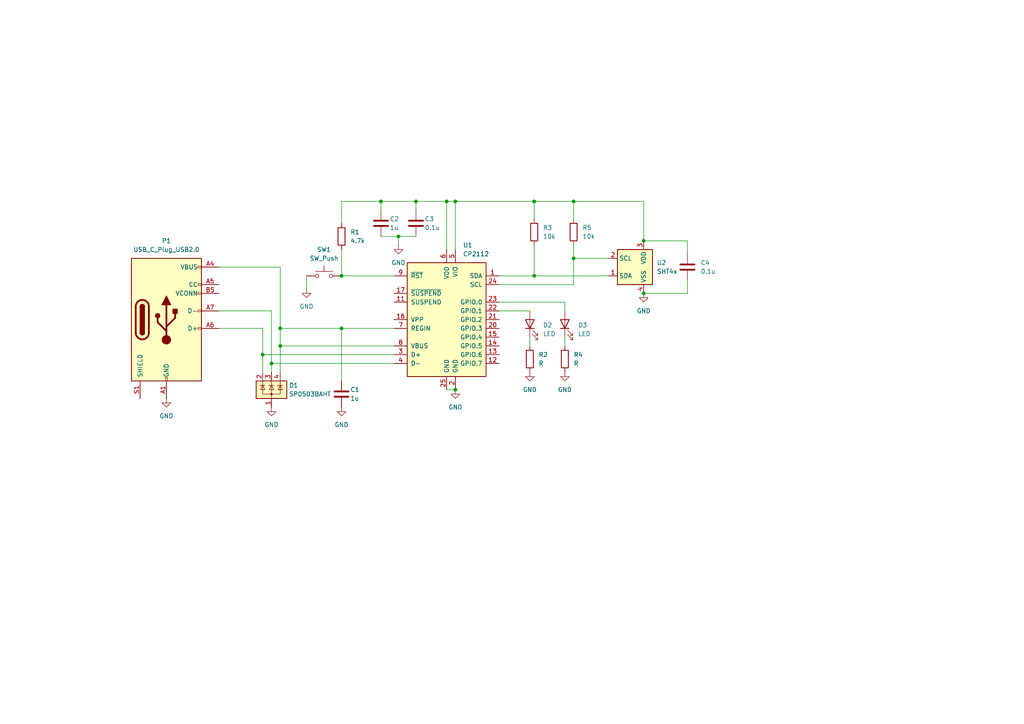
<source format=kicad_sch>
(kicad_sch (version 20231120) (generator "eeschema") (generator_version "8.0")
  (paper "A4")
  (lib_symbols
    (symbol "Connector:USB_C_Plug_USB2.0" (pin_names (offset 1.016))
      (property "Reference" "P" (at -10.16 19.05 0))
      (property "Value" "USB_C_Plug_USB2.0" (at 12.7 19.05 0))
      (symbol "USB_C_Plug_USB2.0_0_0"
        (rectangle (start -0.254 -17.78) (end 0.254 -16.764))
        (rectangle (start 10.16 -2.286) (end 9.144 -2.794))
        (rectangle (start 10.16 2.794) (end 9.144 2.286))
        (rectangle (start 10.16 7.874) (end 9.144 7.366))
        (rectangle (start 10.16 10.414) (end 9.144 9.906))
        (rectangle (start 10.16 15.494) (end 9.144 14.986))
      )
      (symbol "USB_C_Plug_USB2.0_0_1"
        (rectangle (start -10.16 17.78) (end 10.16 -17.78) (stroke (width 0.254)) (fill (type background)))
        (arc (start -8.89 -3.81) (mid -6.985 -5.7067) (end -5.08 -3.81) (stroke (width 0.508)))
        (arc (start -7.62 -3.81) (mid -6.985 -4.4423) (end -6.35 -3.81) (stroke (width 0.254)))
        (arc (start -7.62 -3.81) (mid -6.985 -4.4423) (end -6.35 -3.81) (stroke (width 0.254)) (fill (type outline)))
        (rectangle (start -7.62 -3.81) (end -6.35 3.81) (stroke (width 0.254)) (fill (type outline)))
        (arc (start -6.35 3.81) (mid -6.985 4.4423) (end -7.62 3.81) (stroke (width 0.254)))
        (arc (start -6.35 3.81) (mid -6.985 4.4423) (end -7.62 3.81) (stroke (width 0.254)) (fill (type outline)))
        (arc (start -5.08 3.81) (mid -6.985 5.7067) (end -8.89 3.81) (stroke (width 0.508)))
        (circle (center -2.54 1.143) (radius 0.635) (stroke (width 0.254)) (fill (type outline)))
        (circle (center 0 -5.842) (radius 1.27) (fill (type outline)))
        (polyline (pts (xy -8.89 -3.81) (xy -8.89 3.81)) (stroke (width 0.508)))
        (polyline (pts (xy -5.08 3.81) (xy -5.08 -3.81)) (stroke (width 0.508)))
        (polyline (pts (xy 0 -5.842) (xy 0 4.318)) (stroke (width 0.508)))
        (polyline (pts (xy 0 -3.302) (xy -2.54 -0.762) (xy -2.54 0.508)) (stroke (width 0.508)))
        (polyline (pts (xy 0 -2.032) (xy 2.54 0.508) (xy 2.54 1.778)) (stroke (width 0.508)))
        (polyline (pts (xy -1.27 4.318) (xy 0 6.858) (xy 1.27 4.318) (xy -1.27 4.318)) (stroke (width 0.254)) (fill (type outline)))
        (rectangle (start 1.905 1.778) (end 3.175 3.048) (stroke (width 0.254)) (fill (type outline)))
      )
      (symbol "USB_C_Plug_USB2.0_1_1"
        (pin passive line (at 0 -22.86 90) (length 5.08) (name "GND") (number "A1"))
        (pin passive line (at 0 -22.86 90) (length 5.08) hide (name "GND") (number "A12"))
        (pin passive line (at 15.24 15.24 180) (length 5.08) (name "VBUS") (number "A4"))
        (pin bidirectional line (at 15.24 10.16 180) (length 5.08) (name "CC") (number "A5"))
        (pin bidirectional line (at 15.24 -2.54 180) (length 5.08) (name "D+") (number "A6"))
        (pin bidirectional line (at 15.24 2.54 180) (length 5.08) (name "D-") (number "A7"))
        (pin passive line (at 15.24 15.24 180) (length 5.08) hide (name "VBUS") (number "A9"))
        (pin passive line (at 0 -22.86 90) (length 5.08) hide (name "GND") (number "B1"))
        (pin passive line (at 0 -22.86 90) (length 5.08) hide (name "GND") (number "B12"))
        (pin passive line (at 15.24 15.24 180) (length 5.08) hide (name "VBUS") (number "B4"))
        (pin bidirectional line (at 15.24 7.62 180) (length 5.08) (name "VCONN") (number "B5"))
        (pin passive line (at 15.24 15.24 180) (length 5.08) hide (name "VBUS") (number "B9"))
        (pin passive line (at -7.62 -22.86 90) (length 5.08) (name "SHIELD") (number "S1"))
      )
    )
    (symbol "Device:C" (pin_numbers hide) (pin_names (offset 0.254))
      (property "Reference" "C" (at 0.635 2.54 0))
      (property "Value" "C" (at 0.635 -2.54 0))
      (symbol "C_0_1"
        (polyline (pts (xy -2.032 -0.762) (xy 2.032 -0.762)) (stroke (width 0.508)))
        (polyline (pts (xy -2.032 0.762) (xy 2.032 0.762)) (stroke (width 0.508)))
      )
      (symbol "C_1_1"
        (pin passive line (at 0 3.81 270) (length 2.794) (name "~") (number "1"))
        (pin passive line (at 0 -3.81 90) (length 2.794) (name "~") (number "2"))
      )
    )
    (symbol "Device:LED" (pin_numbers hide) (pin_names (offset 1.016) hide)
      (property "Reference" "D" (at 0 2.54 0))
      (property "Value" "LED" (at 0 -2.54 0))
      (symbol "LED_0_1"
        (polyline (pts (xy -1.27 -1.27) (xy -1.27 1.27)) (stroke (width 0.254)))
        (polyline (pts (xy -1.27 0) (xy 1.27 0)))
        (polyline (pts (xy 1.27 -1.27) (xy 1.27 1.27) (xy -1.27 0) (xy 1.27 -1.27)) (stroke (width 0.254)))
        (polyline (pts (xy -3.048 -0.762) (xy -4.572 -2.286) (xy -3.81 -2.286) (xy -4.572 -2.286) (xy -4.572 -1.524)))
        (polyline (pts (xy -1.778 -0.762) (xy -3.302 -2.286) (xy -2.54 -2.286) (xy -3.302 -2.286) (xy -3.302 -1.524)))
      )
      (symbol "LED_1_1"
        (pin passive line (at -3.81 0 0) (length 2.54) (name "K") (number "1"))
        (pin passive line (at 3.81 0 180) (length 2.54) (name "A") (number "2"))
      )
    )
    (symbol "Device:R" (pin_numbers hide) (pin_names (offset 0))
      (property "Reference" "R" (at 2.032 0 90))
      (property "Value" "R" (at 0 0 90))
      (symbol "R_0_1"
        (rectangle (start -1.016 -2.54) (end 1.016 2.54) (stroke (width 0.254)))
      )
      (symbol "R_1_1"
        (pin passive line (at 0 3.81 270) (length 1.27) (name "~") (number "1"))
        (pin passive line (at 0 -3.81 90) (length 1.27) (name "~") (number "2"))
      )
    )
    (symbol "Interface_USB:CP2112" (pin_names (offset 1.016))
      (property "Reference" "U" (at -2.54 19.685 0))
      (property "Value" "CP2112" (at -2.54 17.78 0))
      (symbol "CP2112_0_1"
        (rectangle (start -11.43 16.51) (end 11.43 -16.51) (stroke (width 0.254)) (fill (type background)))
      )
      (symbol "CP2112_1_1"
        (pin bidirectional line (at 15.24 12.7 180) (length 3.81) (name "SDA") (number "1"))
        (pin no_connect line (at 10.16 -16.51 90) (length 3.81) hide (name "NC") (number "10"))
        (pin output line (at -15.24 5.08 0) (length 3.81) (name "SUSPEND") (number "11"))
        (pin bidirectional line (at 15.24 -12.7 180) (length 3.81) (name "GPIO.7") (number "12"))
        (pin bidirectional line (at 15.24 -10.16 180) (length 3.81) (name "GPIO.6") (number "13"))
        (pin bidirectional line (at 15.24 -7.62 180) (length 3.81) (name "GPIO.5") (number "14"))
        (pin bidirectional line (at 15.24 -5.08 180) (length 3.81) (name "GPIO.4") (number "15"))
        (pin power_in line (at -15.24 0 0) (length 3.81) (name "VPP") (number "16"))
        (pin output line (at -15.24 7.62 0) (length 3.81) (name "~{SUSPEND}") (number "17"))
        (pin no_connect line (at 5.08 -16.51 90) (length 3.81) hide (name "NC") (number "18"))
        (pin no_connect line (at 7.62 -16.51 90) (length 3.81) hide (name "NC") (number "19"))
        (pin power_in line (at 2.54 -20.32 90) (length 3.81) (name "GND") (number "2"))
        (pin bidirectional line (at 15.24 -2.54 180) (length 3.81) (name "GPIO.3") (number "20"))
        (pin bidirectional line (at 15.24 0 180) (length 3.81) (name "GPIO.2") (number "21"))
        (pin bidirectional line (at 15.24 2.54 180) (length 3.81) (name "GPIO.1") (number "22"))
        (pin bidirectional line (at 15.24 5.08 180) (length 3.81) (name "GPIO.0") (number "23"))
        (pin output line (at 15.24 10.16 180) (length 3.81) (name "SCL") (number "24"))
        (pin power_in line (at 0 -20.32 90) (length 3.81) (name "GND") (number "25"))
        (pin bidirectional line (at -15.24 -10.16 0) (length 3.81) (name "D+") (number "3"))
        (pin bidirectional line (at -15.24 -12.7 0) (length 3.81) (name "D-") (number "4"))
        (pin power_in line (at 2.54 20.32 270) (length 3.81) (name "VIO") (number "5"))
        (pin power_in line (at 0 20.32 270) (length 3.81) (name "VDD") (number "6"))
        (pin power_in line (at -15.24 -2.54 0) (length 3.81) (name "REGIN") (number "7"))
        (pin input line (at -15.24 -7.62 0) (length 3.81) (name "VBUS") (number "8"))
        (pin input line (at -15.24 12.7 0) (length 3.81) (name "~{RST}") (number "9"))
      )
    )
    (symbol "Power_Protection:SP0503BAHT" (pin_names hide)
      (property "Reference" "D" (at 5.715 2.54 0))
      (property "Value" "SP0503BAHT" (at 5.715 0.635 0))
      (symbol "SP0503BAHT_0_0"
        (pin passive line (at 0 -5.08 90) (length 2.54) (name "A") (number "1"))
      )
      (symbol "SP0503BAHT_0_1"
        (rectangle (start -4.445 2.54) (end 4.445 -2.54) (stroke (width 0.254)) (fill (type background)))
        (circle (center 0 -1.27) (radius 0.254) (fill (type outline)))
        (polyline (pts (xy -2.54 2.54) (xy -2.54 1.27)))
        (polyline (pts (xy 0 -1.27) (xy 0 -2.54)))
        (polyline (pts (xy 0 -1.27) (xy 0 1.27)))
        (polyline (pts (xy 0 2.54) (xy 0 1.27)))
        (polyline (pts (xy 0.635 1.27) (xy 0.762 1.27)))
        (polyline (pts (xy 2.54 2.54) (xy 2.54 1.27)))
        (polyline (pts (xy 0.635 1.27) (xy -0.762 1.27) (xy -0.762 1.016)))
        (polyline (pts (xy -3.302 1.016) (xy -3.302 1.27) (xy -1.905 1.27) (xy -1.778 1.27)))
        (polyline (pts (xy -2.54 1.27) (xy -2.54 -1.27) (xy 2.54 -1.27) (xy 2.54 1.27)))
        (polyline (pts (xy -2.54 1.27) (xy -1.905 0) (xy -3.175 0) (xy -2.54 1.27)))
        (polyline (pts (xy 0.635 0) (xy -0.635 0) (xy 0 1.27) (xy 0.635 0)))
        (polyline (pts (xy 1.778 1.016) (xy 1.778 1.27) (xy 3.175 1.27) (xy 3.302 1.27)))
        (polyline (pts (xy 2.54 1.27) (xy 1.905 0) (xy 3.175 0) (xy 2.54 1.27)))
      )
      (symbol "SP0503BAHT_1_1"
        (pin passive line (at -2.54 5.08 270) (length 2.54) (name "K") (number "2"))
        (pin passive line (at 0 5.08 270) (length 2.54) (name "K") (number "3"))
        (pin passive line (at 2.54 5.08 270) (length 2.54) (name "K") (number "4"))
      )
    )
    (symbol "Sensor_Humidity:SHT4x"
      (property "Reference" "U" (at 0 8.89 0))
      (property "Value" "SHT4x" (at 0 6.35 0))
      (symbol "SHT4x_1_1"
        (rectangle (start -5.08 5.08) (end 5.08 -5.08) (stroke (width 0.254)) (fill (type background)))
        (pin bidirectional line (at -7.62 -2.54 0) (length 2.54) (name "SDA") (number "1"))
        (pin input line (at -7.62 2.54 0) (length 2.54) (name "SCL") (number "2"))
        (pin power_in line (at 2.54 7.62 270) (length 2.54) (name "VDD") (number "3"))
        (pin power_in line (at 2.54 -7.62 90) (length 2.54) (name "VSS") (number "4"))
      )
    )
    (symbol "Switch:SW_Push" (pin_numbers hide) (pin_names (offset 1.016) hide)
      (property "Reference" "SW" (at 1.27 2.54 0))
      (property "Value" "SW_Push" (at 0 -1.524 0))
      (symbol "SW_Push_0_1"
        (circle (center -2.032 0) (radius 0.508))
        (polyline (pts (xy 0 1.27) (xy 0 3.048)))
        (polyline (pts (xy 2.54 1.27) (xy -2.54 1.27)))
        (circle (center 2.032 0) (radius 0.508))
        (pin passive line (at -5.08 0 0) (length 2.54) (name "1") (number "1"))
        (pin passive line (at 5.08 0 180) (length 2.54) (name "2") (number "2"))
      )
    )
    (symbol "power:GND" (power) (pin_numbers hide) (pin_names (offset 0) hide)
      (property "Value" "GND" (at 0 -3.81 0))
      (symbol "GND_0_1"
        (polyline (pts (xy 0 0) (xy 0 -1.27) (xy 1.27 -1.27) (xy 0 -2.54) (xy -1.27 -1.27) (xy 0 -1.27)))
      )
      (symbol "GND_1_1"
        (pin power_in line (at 0 0 270) (length 0) (name "~") (number "1"))
      )
    )
  )
  (junction (at 120.65 58.42))
  (junction (at 154.94 58.42))
  (junction (at 81.28 95.25))
  (junction (at 99.06 95.25))
  (junction (at 154.94 80.01))
  (junction (at 166.37 58.42))
  (junction (at 129.54 58.42))
  (junction (at 110.49 58.42))
  (junction (at 76.2 102.87))
  (junction (at 78.74 105.41))
  (junction (at 166.37 74.93))
  (junction (at 99.06 80.01))
  (junction (at 132.08 58.42))
  (junction (at 115.57 68.58))
  (junction (at 81.28 100.33))
  (junction (at 132.08 113.03))
  (junction (at 186.69 69.85))
  (junction (at 186.69 85.09))
  (wire (pts (xy 99.06 95.25) (xy 99.06 110.49)))
  (wire (pts (xy 144.78 80.01) (xy 154.94 80.01)))
  (wire (pts (xy 166.37 71.12) (xy 166.37 74.93)))
  (wire (pts (xy 99.06 72.39) (xy 99.06 80.01)))
  (wire (pts (xy 76.2 95.25) (xy 76.2 102.87)))
  (wire (pts (xy 99.06 58.42) (xy 110.49 58.42)))
  (wire (pts (xy 132.08 72.39) (xy 132.08 58.42)))
  (wire (pts (xy 115.57 68.58) (xy 120.65 68.58)))
  (wire (pts (xy 81.28 77.47) (xy 81.28 95.25)))
  (wire (pts (xy 154.94 58.42) (xy 166.37 58.42)))
  (wire (pts (xy 166.37 74.93) (xy 176.53 74.93)))
  (wire (pts (xy 78.74 90.17) (xy 78.74 105.41)))
  (wire (pts (xy 144.78 82.55) (xy 166.37 82.55)))
  (wire (pts (xy 81.28 100.33) (xy 81.28 107.95)))
  (wire (pts (xy 63.5 90.17) (xy 78.74 90.17)))
  (wire (pts (xy 186.69 69.85) (xy 199.39 69.85)))
  (wire (pts (xy 166.37 74.93) (xy 166.37 82.55)))
  (wire (pts (xy 144.78 90.17) (xy 153.67 90.17)))
  (wire (pts (xy 186.69 58.42) (xy 186.69 69.85)))
  (wire (pts (xy 154.94 80.01) (xy 176.53 80.01)))
  (wire (pts (xy 163.83 97.79) (xy 163.83 100.33)))
  (wire (pts (xy 110.49 58.42) (xy 120.65 58.42)))
  (wire (pts (xy 144.78 87.63) (xy 163.83 87.63)))
  (wire (pts (xy 153.67 97.79) (xy 153.67 100.33)))
  (wire (pts (xy 63.5 77.47) (xy 81.28 77.47)))
  (wire (pts (xy 81.28 95.25) (xy 99.06 95.25)))
  (wire (pts (xy 166.37 58.42) (xy 186.69 58.42)))
  (wire (pts (xy 120.65 58.42) (xy 120.65 60.96)))
  (wire (pts (xy 78.74 105.41) (xy 78.74 107.95)))
  (wire (pts (xy 163.83 87.63) (xy 163.83 90.17)))
  (wire (pts (xy 129.54 113.03) (xy 132.08 113.03)))
  (wire (pts (xy 99.06 95.25) (xy 114.3 95.25)))
  (wire (pts (xy 199.39 85.09) (xy 186.69 85.09)))
  (wire (pts (xy 166.37 58.42) (xy 166.37 63.5)))
  (wire (pts (xy 81.28 100.33) (xy 114.3 100.33)))
  (wire (pts (xy 154.94 58.42) (xy 154.94 63.5)))
  (wire (pts (xy 88.9 80.01) (xy 88.9 83.82)))
  (wire (pts (xy 63.5 95.25) (xy 76.2 95.25)))
  (wire (pts (xy 129.54 58.42) (xy 120.65 58.42)))
  (wire (pts (xy 81.28 95.25) (xy 81.28 100.33)))
  (wire (pts (xy 99.06 58.42) (xy 99.06 64.77)))
  (wire (pts (xy 132.08 58.42) (xy 129.54 58.42)))
  (wire (pts (xy 110.49 58.42) (xy 110.49 60.96)))
  (wire (pts (xy 110.49 68.58) (xy 115.57 68.58)))
  (wire (pts (xy 199.39 69.85) (xy 199.39 73.66)))
  (wire (pts (xy 132.08 58.42) (xy 154.94 58.42)))
  (wire (pts (xy 115.57 68.58) (xy 115.57 71.12)))
  (wire (pts (xy 129.54 72.39) (xy 129.54 58.42)))
  (wire (pts (xy 78.74 105.41) (xy 114.3 105.41)))
  (wire (pts (xy 76.2 102.87) (xy 76.2 107.95)))
  (wire (pts (xy 154.94 71.12) (xy 154.94 80.01)))
  (wire (pts (xy 199.39 81.28) (xy 199.39 85.09)))
  (wire (pts (xy 114.3 80.01) (xy 99.06 80.01)))
  (wire (pts (xy 76.2 102.87) (xy 114.3 102.87)))
  (symbol (lib_id "Connector:USB_C_Plug_USB2.0") (at 48.26 92.71 0) (unit 1)
    (property "Reference" "P1" (at 48.26 69.85 0))
    (property "Value" "USB_C_Plug_USB2.0" (at 48.26 72.39 0))
    (property "Datasheet" "https://www.usb.org/sites/default/files/documents/usb_type-c.zip" (effects (hide yes)))
    (property "Description" "USB 2.0-only Type-C Plug connector" (effects (hide yes)))
  )
  (symbol (lib_id "Device:C") (at 110.49 64.77 0) (unit 1)
    (property "Reference" "C2" (at 113.03 63.5 0) (effects (justify left)))
    (property "Value" "1u" (at 113.03 66.04 0) (effects (justify left)))
    (property "Description" "Unpolarized capacitor" (effects (hide yes)))
  )
  (symbol (lib_id "Power_Protection:SP0503BAHT") (at 78.74 113.03 0) (unit 1)
    (property "Reference" "D1" (at 83.82 111.76 0) (effects (justify left)))
    (property "Value" "SP0503BAHT" (at 83.82 114.3 0) (effects (justify left)))
    (property "Footprint" "Package_TO_SOT_SMD:SOT-143" (effects (hide yes)))
    (property "Datasheet" "http://www.littelfuse.com/~/media/files/littelfuse/technical%20resources/documents/data%20sheets/sp05xxba.pdf" (effects (hide yes)))
    (property "Description" "TVS Diode Array, 5.5V Standoff, 3 Channels, SOT-143 package" (effects (hide yes)))
  )
  (symbol (lib_id "Device:R") (at 163.83 104.14 0) (unit 1)
    (property "Reference" "R4" (at 166.37 102.8699 0) (effects (justify left)))
    (property "Value" "R" (at 166.37 105.4099 0) (effects (justify left)))
    (property "Description" "Resistor" (effects (hide yes)))
  )
  (symbol (lib_id "Device:C") (at 99.06 114.3 0) (unit 1)
    (property "Reference" "C1" (at 101.6 113.03 0) (effects (justify left)))
    (property "Value" "1u" (at 101.6 115.57 0) (effects (justify left)))
    (property "Description" "Unpolarized capacitor" (effects (hide yes)))
  )
  (symbol (lib_id "power:GND") (at 163.83 107.95 0) (unit 1)
    (property "Reference" "#PWR08" (effects (hide yes)))
    (property "Value" "GND" (at 163.83 113.03 0))
    (property "Description" "Power symbol creates a global label with name \"GND\" , ground" (effects (hide yes)))
  )
  (symbol (lib_id "Device:C") (at 199.39 77.47 0) (unit 1)
    (property "Reference" "C4" (at 203.2 76.1999 0) (effects (justify left)))
    (property "Value" "0.1u" (at 203.2 78.7399 0) (effects (justify left)))
    (property "Description" "Unpolarized capacitor" (effects (hide yes)))
  )
  (symbol (lib_id "Device:R") (at 166.37 67.31 0) (unit 1)
    (property "Reference" "R5" (at 168.91 66.0399 0) (effects (justify left)))
    (property "Value" "10k" (at 168.91 68.5799 0) (effects (justify left)))
    (property "Description" "Resistor" (effects (hide yes)))
  )
  (symbol (lib_id "Switch:SW_Push") (at 93.98 80.01 0) (unit 1)
    (property "Reference" "SW1" (at 93.98 72.39 0))
    (property "Value" "SW_Push" (at 93.98 74.93 0))
    (property "Description" "Push button switch, generic, two pins" (effects (hide yes)))
  )
  (symbol (lib_id "power:GND") (at 48.26 115.57 0) (unit 1)
    (property "Reference" "#PWR01" (effects (hide yes)))
    (property "Value" "GND" (at 48.26 120.65 0))
    (property "Description" "Power symbol creates a global label with name \"GND\" , ground" (effects (hide yes)))
  )
  (symbol (lib_id "power:GND") (at 186.69 85.09 0) (unit 1)
    (property "Reference" "#PWR09" (effects (hide yes)))
    (property "Value" "GND" (at 186.69 90.17 0))
    (property "Description" "Power symbol creates a global label with name \"GND\" , ground" (effects (hide yes)))
  )
  (symbol (lib_id "Interface_USB:CP2112") (at 129.54 92.71 0) (unit 1)
    (property "Reference" "U1" (at 134.2741 71.12 0) (effects (justify left)))
    (property "Value" "CP2112" (at 134.2741 73.66 0) (effects (justify left)))
    (property "Footprint" "Package_DFN_QFN:QFN-24-1EP_4x4mm_P0.5mm_EP2.6x2.6mm" (effects (hide yes)))
    (property "Datasheet" "https://www.silabs.com/documents/public/data-sheets/cp2112-datasheet.pdf" (effects (hide yes)))
    (property "Description" "HID USB to SMBUS master bridge" (effects (hide yes)))
  )
  (symbol (lib_id "Device:LED") (at 163.83 93.98 90) (unit 1)
    (property "Reference" "D3" (at 167.64 94.2974 90) (effects (justify right)))
    (property "Value" "LED" (at 167.64 96.8374 90) (effects (justify right)))
    (property "Description" "Light emitting diode" (effects (hide yes)))
  )
  (symbol (lib_id "Device:R") (at 153.67 104.14 0) (unit 1)
    (property "Reference" "R2" (at 156.21 102.8699 0) (effects (justify left)))
    (property "Value" "R" (at 156.21 105.4099 0) (effects (justify left)))
    (property "Description" "Resistor" (effects (hide yes)))
  )
  (symbol (lib_id "Device:C") (at 120.65 64.77 0) (unit 1)
    (property "Reference" "C3" (at 123.19 63.5 0) (effects (justify left)))
    (property "Value" "0.1u" (at 123.19 66.04 0) (effects (justify left)))
    (property "Description" "Unpolarized capacitor" (effects (hide yes)))
  )
  (symbol (lib_id "Device:R") (at 154.94 67.31 0) (unit 1)
    (property "Reference" "R3" (at 157.48 66.0399 0) (effects (justify left)))
    (property "Value" "10k" (at 157.48 68.5799 0) (effects (justify left)))
    (property "Description" "Resistor" (effects (hide yes)))
  )
  (symbol (lib_id "power:GND") (at 99.06 118.11 0) (unit 1)
    (property "Reference" "#PWR04" (effects (hide yes)))
    (property "Value" "GND" (at 99.06 123.19 0))
    (property "Description" "Power symbol creates a global label with name \"GND\" , ground" (effects (hide yes)))
  )
  (symbol (lib_id "power:GND") (at 115.57 71.12 0) (unit 1)
    (property "Reference" "#PWR05" (effects (hide yes)))
    (property "Value" "GND" (at 115.57 76.2 0))
    (property "Description" "Power symbol creates a global label with name \"GND\" , ground" (effects (hide yes)))
  )
  (symbol (lib_id "power:GND") (at 78.74 118.11 0) (unit 1)
    (property "Reference" "#PWR02" (effects (hide yes)))
    (property "Value" "GND" (at 78.74 123.19 0))
    (property "Description" "Power symbol creates a global label with name \"GND\" , ground" (effects (hide yes)))
  )
  (symbol (lib_id "power:GND") (at 153.67 107.95 0) (unit 1)
    (property "Reference" "#PWR07" (effects (hide yes)))
    (property "Value" "GND" (at 153.67 113.03 0))
    (property "Description" "Power symbol creates a global label with name \"GND\" , ground" (effects (hide yes)))
  )
  (symbol (lib_id "Device:LED") (at 153.67 93.98 90) (unit 1)
    (property "Reference" "D2" (at 157.48 94.2974 90) (effects (justify right)))
    (property "Value" "LED" (at 157.48 96.8374 90) (effects (justify right)))
    (property "Description" "Light emitting diode" (effects (hide yes)))
  )
  (symbol (lib_id "power:GND") (at 88.9 83.82 0) (unit 1)
    (property "Reference" "#PWR03" (effects (hide yes)))
    (property "Value" "GND" (at 88.9 88.9 0))
    (property "Description" "Power symbol creates a global label with name \"GND\" , ground" (effects (hide yes)))
  )
  (symbol (lib_id "Sensor_Humidity:SHT4x") (at 184.15 77.47 0) (unit 1)
    (property "Reference" "U2" (at 190.5 76.1999 0) (effects (justify left)))
    (property "Value" "SHT4x" (at 190.5 78.7399 0) (effects (justify left)))
    (property "Footprint" "Sensor_Humidity:Sensirion_DFN-4_1.5x1.5mm_P0.8mm_SHT4x_NoCentralPad" (effects (hide yes)))
    (property "Datasheet" "https://sensirion.com/media/documents/33FD6951/624C4357/Datasheet_SHT4x.pdf" (effects (hide yes)))
    (property "Description" "Digital Humidity and Temperature Sensor, +/-1%RH, +/-0.1degC, I2C, 1.08-3.6V, 16bit, DFN-4" (effects (hide yes)))
  )
  (symbol (lib_id "power:GND") (at 132.08 113.03 0) (unit 1)
    (property "Reference" "#PWR06" (effects (hide yes)))
    (property "Value" "GND" (at 132.08 118.11 0))
    (property "Description" "Power symbol creates a global label with name \"GND\" , ground" (effects (hide yes)))
  )
  (symbol (lib_id "Device:R") (at 99.06 68.58 0) (unit 1)
    (property "Reference" "R1" (at 101.6 67.3099 0) (effects (justify left)))
    (property "Value" "4.7k" (at 101.6 69.8499 0) (effects (justify left)))
    (property "Description" "Resistor" (effects (hide yes)))
  )
)
</source>
